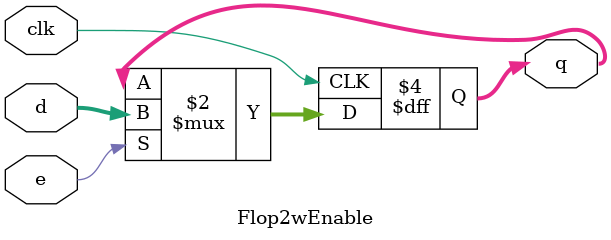
<source format=sv>
`timescale 1ns / 1ps


module Flop2wEnable(
    input reg clk, e,
    input reg [1:0] d,
    output reg [1:0] q
    );
    always @ (posedge clk)
        if(e) q<=d;
endmodule

</source>
